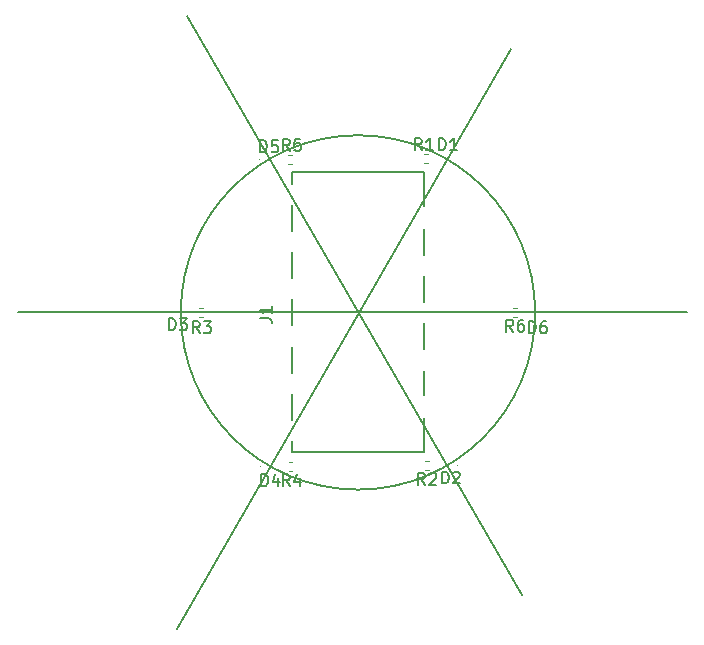
<source format=gto>
G04 #@! TF.GenerationSoftware,KiCad,Pcbnew,(5.1.10)-1*
G04 #@! TF.CreationDate,2021-05-29T19:25:13+08:00*
G04 #@! TF.ProjectId,tiny2_V1.0,74696e79-325f-4563-912e-302e6b696361,rev?*
G04 #@! TF.SameCoordinates,Original*
G04 #@! TF.FileFunction,Legend,Top*
G04 #@! TF.FilePolarity,Positive*
%FSLAX46Y46*%
G04 Gerber Fmt 4.6, Leading zero omitted, Abs format (unit mm)*
G04 Created by KiCad (PCBNEW (5.1.10)-1) date 2021-05-29 19:25:13*
%MOMM*%
%LPD*%
G01*
G04 APERTURE LIST*
%ADD10C,0.152400*%
%ADD11C,0.120000*%
%ADD12C,0.150000*%
%ADD13C,0.100000*%
G04 APERTURE END LIST*
D10*
X13894850Y-23945709D02*
X-14435040Y25123100D01*
X-15360870Y-26780349D02*
X12969020Y22288460D01*
X-28811440Y0D02*
X27848340Y0D01*
X15000000Y0D02*
G75*
G03*
X15000000Y0I-15000000J0D01*
G01*
D11*
X13463021Y-377500D02*
X13155739Y-377500D01*
X13463021Y382500D02*
X13155739Y382500D01*
X-5914581Y13349200D02*
X-5607299Y13349200D01*
X-5914581Y12589200D02*
X-5607299Y12589200D01*
X-5863781Y-12632460D02*
X-5556499Y-12632460D01*
X-5863781Y-13392460D02*
X-5556499Y-13392460D01*
X-13445681Y395200D02*
X-13138399Y395200D01*
X-13445681Y-364800D02*
X-13138399Y-364800D01*
X5985261Y-13341660D02*
X5677979Y-13341660D01*
X5985261Y-12581660D02*
X5677979Y-12581660D01*
X5921761Y12642540D02*
X5614479Y12642540D01*
X5921761Y13402540D02*
X5614479Y13402540D01*
D12*
X5600000Y8991600D02*
X5600000Y11850000D01*
X5600000Y11850000D02*
X-5600000Y11850000D01*
X-5600000Y11850000D02*
X-5600000Y10871200D01*
X-5600000Y9093200D02*
X-5600000Y6908800D01*
X-5600000Y5080000D02*
X-5600000Y2895600D01*
X-5600000Y1117600D02*
X-5600000Y-1066800D01*
X-5600000Y-2946400D02*
X-5600000Y-5130800D01*
X-5600000Y-6908800D02*
X-5600000Y-9093200D01*
X-5600000Y-10922000D02*
X-5600000Y-11850000D01*
X-5600000Y-11850000D02*
X5600000Y-11850000D01*
X5600000Y-11850000D02*
X5600000Y-8940800D01*
X5600000Y4876800D02*
X5600000Y7061200D01*
X5600000Y914400D02*
X5600000Y3098800D01*
X5600000Y-3073400D02*
X5600000Y-889000D01*
X5600000Y-7010400D02*
X5600000Y-4927600D01*
D13*
X15916100Y5040D02*
G75*
G03*
X15916100Y5040I-50000J0D01*
G01*
X-8343860Y12959040D02*
G75*
G03*
X-8343860Y12959040I-50000J0D01*
G01*
X-8249880Y-13015000D02*
G75*
G03*
X-8249880Y-13015000I-50000J0D01*
G01*
X-15819080Y5040D02*
G75*
G03*
X-15819080Y5040I-50000J0D01*
G01*
X8461200Y-12966740D02*
G75*
G03*
X8461200Y-12966740I-50000J0D01*
G01*
X8412940Y12989520D02*
G75*
G03*
X8412940Y12989520I-50000J0D01*
G01*
D12*
X13142713Y-1619880D02*
X12809380Y-1143690D01*
X12571284Y-1619880D02*
X12571284Y-619880D01*
X12952237Y-619880D01*
X13047475Y-667500D01*
X13095094Y-715119D01*
X13142713Y-810357D01*
X13142713Y-953214D01*
X13095094Y-1048452D01*
X13047475Y-1096071D01*
X12952237Y-1143690D01*
X12571284Y-1143690D01*
X13999856Y-619880D02*
X13809380Y-619880D01*
X13714141Y-667500D01*
X13666522Y-715119D01*
X13571284Y-857976D01*
X13523665Y-1048452D01*
X13523665Y-1429404D01*
X13571284Y-1524642D01*
X13618903Y-1572261D01*
X13714141Y-1619880D01*
X13904618Y-1619880D01*
X13999856Y-1572261D01*
X14047475Y-1524642D01*
X14095094Y-1429404D01*
X14095094Y-1191309D01*
X14047475Y-1096071D01*
X13999856Y-1048452D01*
X13904618Y-1000833D01*
X13714141Y-1000833D01*
X13618903Y-1048452D01*
X13571284Y-1096071D01*
X13523665Y-1191309D01*
X-5782826Y13686819D02*
X-6116160Y14163009D01*
X-6354255Y13686819D02*
X-6354255Y14686819D01*
X-5973302Y14686819D01*
X-5878064Y14639200D01*
X-5830445Y14591580D01*
X-5782826Y14496342D01*
X-5782826Y14353485D01*
X-5830445Y14258247D01*
X-5878064Y14210628D01*
X-5973302Y14163009D01*
X-6354255Y14163009D01*
X-4878064Y14686819D02*
X-5354255Y14686819D01*
X-5401874Y14210628D01*
X-5354255Y14258247D01*
X-5259017Y14305866D01*
X-5020921Y14305866D01*
X-4925683Y14258247D01*
X-4878064Y14210628D01*
X-4830445Y14115390D01*
X-4830445Y13877295D01*
X-4878064Y13782057D01*
X-4925683Y13734438D01*
X-5020921Y13686819D01*
X-5259017Y13686819D01*
X-5354255Y13734438D01*
X-5401874Y13782057D01*
X-5782826Y-14706900D02*
X-6116160Y-14230710D01*
X-6354255Y-14706900D02*
X-6354255Y-13706900D01*
X-5973302Y-13706900D01*
X-5878064Y-13754520D01*
X-5830445Y-13802139D01*
X-5782826Y-13897377D01*
X-5782826Y-14040234D01*
X-5830445Y-14135472D01*
X-5878064Y-14183091D01*
X-5973302Y-14230710D01*
X-6354255Y-14230710D01*
X-4925683Y-14040234D02*
X-4925683Y-14706900D01*
X-5163779Y-13659281D02*
X-5401874Y-14373567D01*
X-4782826Y-14373567D01*
X-13402826Y-1752900D02*
X-13736160Y-1276710D01*
X-13974255Y-1752900D02*
X-13974255Y-752900D01*
X-13593302Y-752900D01*
X-13498064Y-800520D01*
X-13450445Y-848139D01*
X-13402826Y-943377D01*
X-13402826Y-1086234D01*
X-13450445Y-1181472D01*
X-13498064Y-1229091D01*
X-13593302Y-1276710D01*
X-13974255Y-1276710D01*
X-13069493Y-752900D02*
X-12450445Y-752900D01*
X-12783779Y-1133853D01*
X-12640921Y-1133853D01*
X-12545683Y-1181472D01*
X-12498064Y-1229091D01*
X-12450445Y-1324329D01*
X-12450445Y-1562424D01*
X-12498064Y-1657662D01*
X-12545683Y-1705281D01*
X-12640921Y-1752900D01*
X-12926636Y-1752900D01*
X-13021874Y-1705281D01*
X-13069493Y-1657662D01*
X5664953Y-14584040D02*
X5331620Y-14107850D01*
X5093524Y-14584040D02*
X5093524Y-13584040D01*
X5474477Y-13584040D01*
X5569715Y-13631660D01*
X5617334Y-13679279D01*
X5664953Y-13774517D01*
X5664953Y-13917374D01*
X5617334Y-14012612D01*
X5569715Y-14060231D01*
X5474477Y-14107850D01*
X5093524Y-14107850D01*
X6045905Y-13679279D02*
X6093524Y-13631660D01*
X6188762Y-13584040D01*
X6426858Y-13584040D01*
X6522096Y-13631660D01*
X6569715Y-13679279D01*
X6617334Y-13774517D01*
X6617334Y-13869755D01*
X6569715Y-14012612D01*
X5998286Y-14584040D01*
X6617334Y-14584040D01*
X5393173Y13741099D02*
X5059840Y14217289D01*
X4821744Y13741099D02*
X4821744Y14741099D01*
X5202697Y14741099D01*
X5297935Y14693480D01*
X5345554Y14645860D01*
X5393173Y14550622D01*
X5393173Y14407765D01*
X5345554Y14312527D01*
X5297935Y14264908D01*
X5202697Y14217289D01*
X4821744Y14217289D01*
X6345554Y13741099D02*
X5774125Y13741099D01*
X6059840Y13741099D02*
X6059840Y14741099D01*
X5964601Y14598241D01*
X5869363Y14503003D01*
X5774125Y14455384D01*
X-8320019Y-485733D02*
X-7605733Y-485733D01*
X-7462876Y-533352D01*
X-7367638Y-628590D01*
X-7320019Y-771447D01*
X-7320019Y-866685D01*
X-7320019Y514266D02*
X-7320019Y-57161D01*
X-7320019Y228552D02*
X-8320019Y228552D01*
X-8177161Y133314D01*
X-8081923Y38076D01*
X-8034304Y-57161D01*
X14473744Y-1752900D02*
X14473744Y-752900D01*
X14711840Y-752900D01*
X14854697Y-800520D01*
X14949935Y-895758D01*
X14997554Y-990996D01*
X15045173Y-1181472D01*
X15045173Y-1324329D01*
X14997554Y-1514805D01*
X14949935Y-1610043D01*
X14854697Y-1705281D01*
X14711840Y-1752900D01*
X14473744Y-1752900D01*
X15902316Y-752900D02*
X15711840Y-752900D01*
X15616601Y-800520D01*
X15568982Y-848139D01*
X15473744Y-990996D01*
X15426125Y-1181472D01*
X15426125Y-1562424D01*
X15473744Y-1657662D01*
X15521363Y-1705281D01*
X15616601Y-1752900D01*
X15807078Y-1752900D01*
X15902316Y-1705281D01*
X15949935Y-1657662D01*
X15997554Y-1562424D01*
X15997554Y-1324329D01*
X15949935Y-1229091D01*
X15902316Y-1181472D01*
X15807078Y-1133853D01*
X15616601Y-1133853D01*
X15521363Y-1181472D01*
X15473744Y-1229091D01*
X15426125Y-1324329D01*
X-8271955Y13556659D02*
X-8271955Y14556659D01*
X-8033860Y14556659D01*
X-7891002Y14509040D01*
X-7795764Y14413801D01*
X-7748145Y14318563D01*
X-7700526Y14128087D01*
X-7700526Y13985230D01*
X-7748145Y13794754D01*
X-7795764Y13699516D01*
X-7891002Y13604278D01*
X-8033860Y13556659D01*
X-8271955Y13556659D01*
X-6795764Y14556659D02*
X-7271955Y14556659D01*
X-7319574Y14080468D01*
X-7271955Y14128087D01*
X-7176717Y14175706D01*
X-6938621Y14175706D01*
X-6843383Y14128087D01*
X-6795764Y14080468D01*
X-6748145Y13985230D01*
X-6748145Y13747135D01*
X-6795764Y13651897D01*
X-6843383Y13604278D01*
X-6938621Y13556659D01*
X-7176717Y13556659D01*
X-7271955Y13604278D01*
X-7319574Y13651897D01*
X-8177975Y-14706900D02*
X-8177975Y-13706900D01*
X-7939880Y-13706900D01*
X-7797022Y-13754520D01*
X-7701784Y-13849758D01*
X-7654165Y-13944996D01*
X-7606546Y-14135472D01*
X-7606546Y-14278329D01*
X-7654165Y-14468805D01*
X-7701784Y-14564043D01*
X-7797022Y-14659281D01*
X-7939880Y-14706900D01*
X-8177975Y-14706900D01*
X-6749403Y-14040234D02*
X-6749403Y-14706900D01*
X-6987499Y-13659281D02*
X-7225594Y-14373567D01*
X-6606546Y-14373567D01*
X-16006255Y-1498900D02*
X-16006255Y-498900D01*
X-15768160Y-498900D01*
X-15625302Y-546520D01*
X-15530064Y-641758D01*
X-15482445Y-736996D01*
X-15434826Y-927472D01*
X-15434826Y-1070329D01*
X-15482445Y-1260805D01*
X-15530064Y-1356043D01*
X-15625302Y-1451281D01*
X-15768160Y-1498900D01*
X-16006255Y-1498900D01*
X-15101493Y-498900D02*
X-14482445Y-498900D01*
X-14815779Y-879853D01*
X-14672921Y-879853D01*
X-14577683Y-927472D01*
X-14530064Y-975091D01*
X-14482445Y-1070329D01*
X-14482445Y-1308424D01*
X-14530064Y-1403662D01*
X-14577683Y-1451281D01*
X-14672921Y-1498900D01*
X-14958636Y-1498900D01*
X-15053874Y-1451281D01*
X-15101493Y-1403662D01*
X7107744Y-14469120D02*
X7107744Y-13469120D01*
X7345840Y-13469120D01*
X7488697Y-13516740D01*
X7583935Y-13611978D01*
X7631554Y-13707216D01*
X7679173Y-13897692D01*
X7679173Y-14040549D01*
X7631554Y-14231025D01*
X7583935Y-14326263D01*
X7488697Y-14421501D01*
X7345840Y-14469120D01*
X7107744Y-14469120D01*
X8060125Y-13564359D02*
X8107744Y-13516740D01*
X8202982Y-13469120D01*
X8441078Y-13469120D01*
X8536316Y-13516740D01*
X8583935Y-13564359D01*
X8631554Y-13659597D01*
X8631554Y-13754835D01*
X8583935Y-13897692D01*
X8012506Y-14469120D01*
X8631554Y-14469120D01*
X6853744Y13741099D02*
X6853744Y14741099D01*
X7091840Y14741099D01*
X7234697Y14693480D01*
X7329935Y14598241D01*
X7377554Y14503003D01*
X7425173Y14312527D01*
X7425173Y14169670D01*
X7377554Y13979194D01*
X7329935Y13883956D01*
X7234697Y13788718D01*
X7091840Y13741099D01*
X6853744Y13741099D01*
X8377554Y13741099D02*
X7806125Y13741099D01*
X8091840Y13741099D02*
X8091840Y14741099D01*
X7996601Y14598241D01*
X7901363Y14503003D01*
X7806125Y14455384D01*
M02*

</source>
